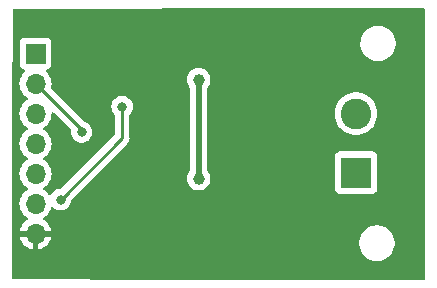
<source format=gbr>
%TF.GenerationSoftware,KiCad,Pcbnew,7.0.2*%
%TF.CreationDate,2023-10-27T14:16:18+02:00*%
%TF.ProjectId,stcs05,73746373-3035-42e6-9b69-6361645f7063,rev?*%
%TF.SameCoordinates,Original*%
%TF.FileFunction,Copper,L2,Bot*%
%TF.FilePolarity,Positive*%
%FSLAX46Y46*%
G04 Gerber Fmt 4.6, Leading zero omitted, Abs format (unit mm)*
G04 Created by KiCad (PCBNEW 7.0.2) date 2023-10-27 14:16:18*
%MOMM*%
%LPD*%
G01*
G04 APERTURE LIST*
%TA.AperFunction,ComponentPad*%
%ADD10R,2.600000X2.600000*%
%TD*%
%TA.AperFunction,ComponentPad*%
%ADD11C,2.600000*%
%TD*%
%TA.AperFunction,ComponentPad*%
%ADD12R,1.700000X1.700000*%
%TD*%
%TA.AperFunction,ComponentPad*%
%ADD13O,1.700000X1.700000*%
%TD*%
%TA.AperFunction,ViaPad*%
%ADD14C,1.000000*%
%TD*%
%TA.AperFunction,ViaPad*%
%ADD15C,0.800000*%
%TD*%
%TA.AperFunction,Conductor*%
%ADD16C,0.500000*%
%TD*%
%TA.AperFunction,Conductor*%
%ADD17C,0.250000*%
%TD*%
G04 APERTURE END LIST*
D10*
%TO.P,J2,1,Pin_1*%
%TO.N,/led-*%
X145542000Y-81534000D03*
D11*
%TO.P,J2,2,Pin_2*%
%TO.N,/led+*%
X145542000Y-76534000D03*
%TD*%
D12*
%TO.P,J1,1,Pin_1*%
%TO.N,VSS*%
X118400000Y-71460000D03*
D13*
%TO.P,J1,2,Pin_2*%
%TO.N,+3V3*%
X118400000Y-74000000D03*
%TO.P,J1,3,Pin_3*%
%TO.N,/I{slash}O*%
X118400000Y-76540000D03*
%TO.P,J1,4,Pin_4*%
%TO.N,/scl*%
X118400000Y-79080000D03*
%TO.P,J1,5,Pin_5*%
%TO.N,/sda*%
X118400000Y-81620000D03*
%TO.P,J1,6,Pin_6*%
%TO.N,/ad0*%
X118400000Y-84160000D03*
%TO.P,J1,7,Pin_7*%
%TO.N,GND*%
X118400000Y-86700000D03*
%TD*%
D14*
%TO.N,VSS*%
X132207000Y-82042000D03*
X132207000Y-73660000D03*
D15*
%TO.N,+3V3*%
X122301000Y-78105000D03*
%TO.N,/ad0*%
X120523000Y-83820000D03*
X125730000Y-75946000D03*
%TD*%
D16*
%TO.N,VSS*%
X132207000Y-73660000D02*
X132207000Y-82042000D01*
D17*
%TO.N,+3V3*%
X122301000Y-77901000D02*
X118400000Y-74000000D01*
X122301000Y-78105000D02*
X122301000Y-77901000D01*
%TO.N,/ad0*%
X120523000Y-83820000D02*
X125730000Y-78613000D01*
X125730000Y-78613000D02*
X125730000Y-75946000D01*
%TD*%
%TA.AperFunction,Conductor*%
%TO.N,GND*%
G36*
X151327039Y-67620184D02*
G01*
X151372794Y-67672988D01*
X151384000Y-67724499D01*
X151384000Y-90475500D01*
X151364315Y-90542539D01*
X151311511Y-90588294D01*
X151260000Y-90599500D01*
X129718001Y-90599500D01*
X116524050Y-90551694D01*
X116457082Y-90531767D01*
X116411519Y-90478797D01*
X116400500Y-90427699D01*
X116400500Y-84160000D01*
X117044340Y-84160000D01*
X117064936Y-84395407D01*
X117102420Y-84535299D01*
X117126097Y-84623663D01*
X117225965Y-84837830D01*
X117361505Y-85031401D01*
X117528599Y-85198495D01*
X117714596Y-85328732D01*
X117758219Y-85383307D01*
X117765412Y-85452806D01*
X117733890Y-85515160D01*
X117714595Y-85531880D01*
X117528919Y-85661892D01*
X117361890Y-85828921D01*
X117226400Y-86022421D01*
X117126569Y-86236507D01*
X117069364Y-86449999D01*
X117069364Y-86450000D01*
X117966314Y-86450000D01*
X117940507Y-86490156D01*
X117900000Y-86628111D01*
X117900000Y-86771889D01*
X117940507Y-86909844D01*
X117966314Y-86950000D01*
X117069364Y-86950000D01*
X117126569Y-87163492D01*
X117226399Y-87377576D01*
X117361893Y-87571081D01*
X117528918Y-87738106D01*
X117722423Y-87873600D01*
X117936509Y-87973430D01*
X118150000Y-88030634D01*
X118150000Y-87135501D01*
X118257685Y-87184680D01*
X118364237Y-87200000D01*
X118435763Y-87200000D01*
X118542315Y-87184680D01*
X118650000Y-87135501D01*
X118650000Y-88030633D01*
X118863490Y-87973430D01*
X119077576Y-87873600D01*
X119271081Y-87738106D01*
X119438106Y-87571081D01*
X119573600Y-87377576D01*
X119574492Y-87375664D01*
X145799499Y-87375664D01*
X145799500Y-87375665D01*
X145799500Y-87624335D01*
X145840429Y-87869614D01*
X145921172Y-88104810D01*
X146039526Y-88323509D01*
X146039529Y-88323514D01*
X146175036Y-88497612D01*
X146192262Y-88519744D01*
X146375215Y-88688164D01*
X146583393Y-88824173D01*
X146811119Y-88924063D01*
X147052179Y-88985108D01*
X147237933Y-89000500D01*
X147240503Y-89000500D01*
X147359497Y-89000500D01*
X147362067Y-89000500D01*
X147547821Y-88985108D01*
X147788881Y-88924063D01*
X148016607Y-88824173D01*
X148224785Y-88688164D01*
X148407738Y-88519744D01*
X148560474Y-88323509D01*
X148678828Y-88104810D01*
X148759571Y-87869614D01*
X148800500Y-87624335D01*
X148800500Y-87375665D01*
X148759571Y-87130386D01*
X148678828Y-86895190D01*
X148560474Y-86676491D01*
X148560471Y-86676487D01*
X148560470Y-86676485D01*
X148407740Y-86480259D01*
X148407738Y-86480256D01*
X148224785Y-86311836D01*
X148016607Y-86175827D01*
X148016604Y-86175825D01*
X147891523Y-86120960D01*
X147788881Y-86075937D01*
X147608866Y-86030351D01*
X147547822Y-86014892D01*
X147513854Y-86012077D01*
X147362067Y-85999500D01*
X147237933Y-85999500D01*
X147120111Y-86009262D01*
X147052177Y-86014892D01*
X146930086Y-86045810D01*
X146811119Y-86075937D01*
X146811116Y-86075938D01*
X146811117Y-86075938D01*
X146583395Y-86175825D01*
X146546393Y-86200000D01*
X146375215Y-86311836D01*
X146375213Y-86311837D01*
X146375214Y-86311837D01*
X146192259Y-86480259D01*
X146039529Y-86676485D01*
X145921170Y-86895194D01*
X145840429Y-87130384D01*
X145799499Y-87375664D01*
X119574492Y-87375664D01*
X119673430Y-87163492D01*
X119730636Y-86950000D01*
X118833686Y-86950000D01*
X118859493Y-86909844D01*
X118900000Y-86771889D01*
X118900000Y-86628111D01*
X118859493Y-86490156D01*
X118833686Y-86450000D01*
X119730636Y-86450000D01*
X119730635Y-86449999D01*
X119673430Y-86236507D01*
X119573599Y-86022421D01*
X119438109Y-85828921D01*
X119271081Y-85661893D01*
X119085404Y-85531880D01*
X119041780Y-85477303D01*
X119034587Y-85407804D01*
X119066109Y-85345450D01*
X119085399Y-85328734D01*
X119271401Y-85198495D01*
X119438495Y-85031401D01*
X119574035Y-84837830D01*
X119673903Y-84623663D01*
X119697580Y-84535296D01*
X119733943Y-84475639D01*
X119796790Y-84445109D01*
X119866166Y-84453403D01*
X119909504Y-84484420D01*
X119917129Y-84492889D01*
X120070269Y-84604151D01*
X120243197Y-84681144D01*
X120428352Y-84720500D01*
X120428354Y-84720500D01*
X120617648Y-84720500D01*
X120741083Y-84694262D01*
X120802803Y-84681144D01*
X120975730Y-84604151D01*
X121128871Y-84492888D01*
X121255533Y-84352216D01*
X121350179Y-84188284D01*
X121408674Y-84008256D01*
X121426321Y-83840345D01*
X121452905Y-83775732D01*
X121461952Y-83765636D01*
X123185589Y-82041999D01*
X131201659Y-82041999D01*
X131220976Y-82238133D01*
X131278185Y-82426726D01*
X131359091Y-82578091D01*
X131371090Y-82600538D01*
X131496117Y-82752883D01*
X131648462Y-82877910D01*
X131822273Y-82970814D01*
X132010868Y-83028024D01*
X132207000Y-83047341D01*
X132403132Y-83028024D01*
X132591727Y-82970814D01*
X132764288Y-82878578D01*
X143741500Y-82878578D01*
X143741501Y-82881872D01*
X143741853Y-82885152D01*
X143741854Y-82885159D01*
X143747909Y-82941484D01*
X143758849Y-82970814D01*
X143798204Y-83076331D01*
X143884454Y-83191546D01*
X143999669Y-83277796D01*
X144134517Y-83328091D01*
X144194127Y-83334500D01*
X146889872Y-83334499D01*
X146949483Y-83328091D01*
X147084331Y-83277796D01*
X147199546Y-83191546D01*
X147285796Y-83076331D01*
X147336091Y-82941483D01*
X147342500Y-82881873D01*
X147342499Y-80186128D01*
X147336091Y-80126517D01*
X147285796Y-79991669D01*
X147199546Y-79876454D01*
X147084331Y-79790204D01*
X146949483Y-79739909D01*
X146889873Y-79733500D01*
X146886550Y-79733500D01*
X144197439Y-79733500D01*
X144197420Y-79733500D01*
X144194128Y-79733501D01*
X144190848Y-79733853D01*
X144190840Y-79733854D01*
X144134515Y-79739909D01*
X143999669Y-79790204D01*
X143884454Y-79876454D01*
X143798204Y-79991668D01*
X143747910Y-80126515D01*
X143747909Y-80126517D01*
X143741500Y-80186127D01*
X143741500Y-80189448D01*
X143741500Y-80189449D01*
X143741500Y-82878560D01*
X143741500Y-82878578D01*
X132764288Y-82878578D01*
X132765538Y-82877910D01*
X132917883Y-82752883D01*
X133042910Y-82600538D01*
X133135814Y-82426727D01*
X133193024Y-82238132D01*
X133212341Y-82042000D01*
X133193024Y-81845868D01*
X133135814Y-81657273D01*
X133042910Y-81483462D01*
X132985647Y-81413687D01*
X132958334Y-81349377D01*
X132957500Y-81335022D01*
X132957500Y-76533999D01*
X143736450Y-76533999D01*
X143756616Y-76803100D01*
X143756617Y-76803103D01*
X143816666Y-77066195D01*
X143915257Y-77317398D01*
X144050185Y-77551102D01*
X144218439Y-77762085D01*
X144416259Y-77945635D01*
X144639226Y-78097651D01*
X144882359Y-78214738D01*
X145140228Y-78294280D01*
X145407071Y-78334500D01*
X145676929Y-78334500D01*
X145943772Y-78294280D01*
X146201641Y-78214738D01*
X146444775Y-78097651D01*
X146667741Y-77945635D01*
X146865561Y-77762085D01*
X147033815Y-77551102D01*
X147168743Y-77317398D01*
X147267334Y-77066195D01*
X147327383Y-76803103D01*
X147347549Y-76534000D01*
X147327383Y-76264897D01*
X147267334Y-76001805D01*
X147168743Y-75750602D01*
X147033815Y-75516898D01*
X146865561Y-75305915D01*
X146776202Y-75223002D01*
X146667743Y-75122366D01*
X146555001Y-75045500D01*
X146444775Y-74970349D01*
X146201641Y-74853262D01*
X146122097Y-74828726D01*
X145943771Y-74773719D01*
X145676929Y-74733500D01*
X145407071Y-74733500D01*
X145140228Y-74773719D01*
X144882359Y-74853262D01*
X144639228Y-74970347D01*
X144416257Y-75122366D01*
X144218439Y-75305915D01*
X144050184Y-75516899D01*
X143915257Y-75750601D01*
X143816666Y-76001804D01*
X143756616Y-76264899D01*
X143736450Y-76533999D01*
X132957500Y-76533999D01*
X132957500Y-74366977D01*
X132977185Y-74299938D01*
X132985647Y-74288312D01*
X133042910Y-74218538D01*
X133135814Y-74044727D01*
X133193024Y-73856132D01*
X133212341Y-73660000D01*
X133193024Y-73463868D01*
X133135814Y-73275273D01*
X133042910Y-73101462D01*
X132917883Y-72949117D01*
X132765538Y-72824090D01*
X132725726Y-72802810D01*
X132591726Y-72731185D01*
X132403133Y-72673976D01*
X132305066Y-72664317D01*
X132207000Y-72654659D01*
X132206999Y-72654659D01*
X132010866Y-72673976D01*
X131822273Y-72731185D01*
X131648463Y-72824089D01*
X131496117Y-72949117D01*
X131371089Y-73101463D01*
X131278185Y-73275273D01*
X131220976Y-73463866D01*
X131201659Y-73659999D01*
X131220976Y-73856133D01*
X131278185Y-74044726D01*
X131278186Y-74044727D01*
X131371090Y-74218538D01*
X131384936Y-74235409D01*
X131428353Y-74288312D01*
X131455666Y-74352621D01*
X131456500Y-74366977D01*
X131456500Y-81335022D01*
X131436815Y-81402061D01*
X131428353Y-81413687D01*
X131371089Y-81483462D01*
X131278185Y-81657273D01*
X131220976Y-81845866D01*
X131201659Y-82041999D01*
X123185589Y-82041999D01*
X126113789Y-79113800D01*
X126129885Y-79100906D01*
X126131873Y-79098787D01*
X126131877Y-79098786D01*
X126177949Y-79049723D01*
X126180534Y-79047055D01*
X126200120Y-79027471D01*
X126202585Y-79024292D01*
X126210167Y-79015416D01*
X126219479Y-79005500D01*
X126240062Y-78983582D01*
X126249712Y-78966027D01*
X126260400Y-78949757D01*
X126272671Y-78933938D01*
X126272673Y-78933936D01*
X126290026Y-78893832D01*
X126295157Y-78883362D01*
X126316197Y-78845092D01*
X126321175Y-78825699D01*
X126327481Y-78807282D01*
X126329018Y-78803728D01*
X126335438Y-78788896D01*
X126342272Y-78745745D01*
X126344635Y-78734331D01*
X126355500Y-78692019D01*
X126355500Y-78671983D01*
X126357027Y-78652584D01*
X126359461Y-78637216D01*
X126360160Y-78632804D01*
X126356047Y-78589303D01*
X126355499Y-78577676D01*
X126355499Y-76644685D01*
X126375184Y-76577647D01*
X126387347Y-76561716D01*
X126462533Y-76478216D01*
X126557179Y-76314284D01*
X126615674Y-76134256D01*
X126635460Y-75946000D01*
X126615674Y-75757744D01*
X126557179Y-75577716D01*
X126557179Y-75577715D01*
X126462533Y-75413783D01*
X126335870Y-75273110D01*
X126182730Y-75161848D01*
X126009802Y-75084855D01*
X125824648Y-75045500D01*
X125824646Y-75045500D01*
X125635354Y-75045500D01*
X125635352Y-75045500D01*
X125450197Y-75084855D01*
X125277269Y-75161848D01*
X125124129Y-75273110D01*
X124997466Y-75413783D01*
X124902820Y-75577715D01*
X124844326Y-75757742D01*
X124824540Y-75946000D01*
X124844326Y-76134257D01*
X124902820Y-76314284D01*
X124997464Y-76478213D01*
X124997466Y-76478215D01*
X124997467Y-76478216D01*
X125043438Y-76529272D01*
X125072650Y-76561714D01*
X125102880Y-76624706D01*
X125104500Y-76644687D01*
X125104500Y-78302546D01*
X125084815Y-78369585D01*
X125068181Y-78390227D01*
X120575228Y-82883181D01*
X120513905Y-82916666D01*
X120487547Y-82919500D01*
X120428352Y-82919500D01*
X120243197Y-82958855D01*
X120070269Y-83035848D01*
X119917129Y-83147110D01*
X119790466Y-83287783D01*
X119728467Y-83395171D01*
X119677900Y-83443386D01*
X119609293Y-83456610D01*
X119544429Y-83430642D01*
X119519505Y-83404294D01*
X119470634Y-83334499D01*
X119438495Y-83288599D01*
X119271401Y-83121505D01*
X119085839Y-82991573D01*
X119042216Y-82936998D01*
X119035022Y-82867500D01*
X119066545Y-82805145D01*
X119085837Y-82788428D01*
X119271401Y-82658495D01*
X119438495Y-82491401D01*
X119574035Y-82297830D01*
X119673903Y-82083663D01*
X119735063Y-81855408D01*
X119755659Y-81620000D01*
X119735063Y-81384592D01*
X119673903Y-81156337D01*
X119574035Y-80942171D01*
X119438495Y-80748599D01*
X119271401Y-80581505D01*
X119085839Y-80451573D01*
X119042215Y-80396997D01*
X119035023Y-80327498D01*
X119066545Y-80265144D01*
X119085831Y-80248432D01*
X119271401Y-80118495D01*
X119438495Y-79951401D01*
X119574035Y-79757830D01*
X119673903Y-79543663D01*
X119735063Y-79315408D01*
X119755659Y-79080000D01*
X119738961Y-78889151D01*
X119735063Y-78844592D01*
X119717190Y-78777888D01*
X119673903Y-78616337D01*
X119574035Y-78402171D01*
X119438495Y-78208599D01*
X119271401Y-78041505D01*
X119085839Y-77911573D01*
X119042216Y-77856998D01*
X119035022Y-77787500D01*
X119066545Y-77725145D01*
X119085837Y-77708428D01*
X119271401Y-77578495D01*
X119438495Y-77411401D01*
X119574035Y-77217830D01*
X119673903Y-77003663D01*
X119735063Y-76775408D01*
X119748248Y-76624706D01*
X119756598Y-76529272D01*
X119782050Y-76464203D01*
X119838641Y-76423224D01*
X119908403Y-76419346D01*
X119967807Y-76452398D01*
X121375104Y-77859695D01*
X121408589Y-77921018D01*
X121410744Y-77960337D01*
X121395540Y-78104999D01*
X121415326Y-78293257D01*
X121473820Y-78473284D01*
X121568466Y-78637216D01*
X121695129Y-78777889D01*
X121848269Y-78889151D01*
X122021197Y-78966144D01*
X122206352Y-79005500D01*
X122206354Y-79005500D01*
X122395648Y-79005500D01*
X122519084Y-78979262D01*
X122580803Y-78966144D01*
X122753730Y-78889151D01*
X122814375Y-78845090D01*
X122906870Y-78777889D01*
X123033533Y-78637216D01*
X123128179Y-78473284D01*
X123161873Y-78369585D01*
X123186674Y-78293256D01*
X123206460Y-78105000D01*
X123186674Y-77916744D01*
X123128179Y-77736716D01*
X123128179Y-77736715D01*
X123033533Y-77572783D01*
X122906870Y-77432110D01*
X122753730Y-77320848D01*
X122580803Y-77243854D01*
X122550241Y-77237359D01*
X122488759Y-77204167D01*
X122488340Y-77203750D01*
X119740237Y-74455646D01*
X119706752Y-74394323D01*
X119708143Y-74335872D01*
X119735063Y-74235408D01*
X119755659Y-74000000D01*
X119735063Y-73764592D01*
X119673903Y-73536337D01*
X119574035Y-73322171D01*
X119438495Y-73128599D01*
X119316569Y-73006673D01*
X119283084Y-72945350D01*
X119288068Y-72875658D01*
X119329940Y-72819725D01*
X119360915Y-72802810D01*
X119492331Y-72753796D01*
X119607546Y-72667546D01*
X119693796Y-72552331D01*
X119744091Y-72417483D01*
X119750500Y-72357873D01*
X119750499Y-70724335D01*
X145899500Y-70724335D01*
X145940429Y-70969614D01*
X146021172Y-71204810D01*
X146139526Y-71423509D01*
X146139529Y-71423514D01*
X146275036Y-71597612D01*
X146292262Y-71619744D01*
X146475215Y-71788164D01*
X146683393Y-71924173D01*
X146911119Y-72024063D01*
X147152179Y-72085108D01*
X147337933Y-72100500D01*
X147340503Y-72100500D01*
X147459497Y-72100500D01*
X147462067Y-72100500D01*
X147647821Y-72085108D01*
X147888881Y-72024063D01*
X148116607Y-71924173D01*
X148324785Y-71788164D01*
X148507738Y-71619744D01*
X148660474Y-71423509D01*
X148778828Y-71204810D01*
X148859571Y-70969614D01*
X148900500Y-70724335D01*
X148900500Y-70475665D01*
X148859571Y-70230386D01*
X148778828Y-69995190D01*
X148660474Y-69776491D01*
X148660471Y-69776487D01*
X148660470Y-69776485D01*
X148507740Y-69580259D01*
X148507738Y-69580256D01*
X148324785Y-69411836D01*
X148116607Y-69275827D01*
X148116604Y-69275825D01*
X147991523Y-69220960D01*
X147888881Y-69175937D01*
X147708867Y-69130351D01*
X147647822Y-69114892D01*
X147613854Y-69112077D01*
X147462067Y-69099500D01*
X147337933Y-69099500D01*
X147220111Y-69109262D01*
X147152177Y-69114892D01*
X147030086Y-69145810D01*
X146911119Y-69175937D01*
X146911116Y-69175938D01*
X146911117Y-69175938D01*
X146683395Y-69275825D01*
X146544607Y-69366499D01*
X146475215Y-69411836D01*
X146475213Y-69411837D01*
X146475214Y-69411837D01*
X146292259Y-69580259D01*
X146139529Y-69776485D01*
X146021170Y-69995194D01*
X145940429Y-70230384D01*
X145917521Y-70367668D01*
X145899500Y-70475665D01*
X145899500Y-70724335D01*
X119750499Y-70724335D01*
X119750499Y-70562128D01*
X119744091Y-70502517D01*
X119693796Y-70367669D01*
X119607546Y-70252454D01*
X119492331Y-70166204D01*
X119357483Y-70115909D01*
X119297873Y-70109500D01*
X119294550Y-70109500D01*
X117505439Y-70109500D01*
X117505420Y-70109500D01*
X117502128Y-70109501D01*
X117498848Y-70109853D01*
X117498840Y-70109854D01*
X117442515Y-70115909D01*
X117307669Y-70166204D01*
X117192454Y-70252454D01*
X117106204Y-70367668D01*
X117055910Y-70502515D01*
X117055909Y-70502517D01*
X117049500Y-70562127D01*
X117049500Y-70565448D01*
X117049500Y-70565449D01*
X117049500Y-72354560D01*
X117049500Y-72354578D01*
X117049501Y-72357872D01*
X117055909Y-72417483D01*
X117106204Y-72552331D01*
X117192454Y-72667546D01*
X117307669Y-72753796D01*
X117419907Y-72795658D01*
X117439082Y-72802810D01*
X117495016Y-72844681D01*
X117519433Y-72910146D01*
X117504581Y-72978419D01*
X117483431Y-73006673D01*
X117361503Y-73128601D01*
X117225965Y-73322170D01*
X117126097Y-73536336D01*
X117064936Y-73764592D01*
X117044340Y-74000000D01*
X117064936Y-74235407D01*
X117088302Y-74322609D01*
X117126097Y-74463663D01*
X117225965Y-74677830D01*
X117361505Y-74871401D01*
X117528599Y-75038495D01*
X117714160Y-75168426D01*
X117757783Y-75223002D01*
X117764976Y-75292501D01*
X117733454Y-75354855D01*
X117714159Y-75371575D01*
X117528595Y-75501508D01*
X117361505Y-75668598D01*
X117225965Y-75862170D01*
X117126097Y-76076336D01*
X117064936Y-76304592D01*
X117044340Y-76540000D01*
X117064936Y-76775407D01*
X117109709Y-76942501D01*
X117126097Y-77003663D01*
X117225965Y-77217830D01*
X117361505Y-77411401D01*
X117528599Y-77578495D01*
X117714160Y-77708426D01*
X117757783Y-77763002D01*
X117764976Y-77832501D01*
X117733454Y-77894855D01*
X117714159Y-77911575D01*
X117528595Y-78041508D01*
X117361505Y-78208598D01*
X117225965Y-78402170D01*
X117126097Y-78616336D01*
X117064936Y-78844592D01*
X117044340Y-79079999D01*
X117064936Y-79315407D01*
X117109709Y-79482502D01*
X117126097Y-79543663D01*
X117225965Y-79757830D01*
X117361505Y-79951401D01*
X117528599Y-80118495D01*
X117714160Y-80248426D01*
X117757783Y-80303002D01*
X117764976Y-80372501D01*
X117733454Y-80434855D01*
X117714159Y-80451575D01*
X117528595Y-80581508D01*
X117361505Y-80748598D01*
X117225965Y-80942170D01*
X117126097Y-81156336D01*
X117064936Y-81384592D01*
X117044340Y-81619999D01*
X117064936Y-81855407D01*
X117109709Y-82022502D01*
X117126097Y-82083663D01*
X117225965Y-82297830D01*
X117361505Y-82491401D01*
X117528599Y-82658495D01*
X117714160Y-82788426D01*
X117757783Y-82843002D01*
X117764976Y-82912501D01*
X117733454Y-82974855D01*
X117714158Y-82991575D01*
X117593115Y-83076331D01*
X117528595Y-83121508D01*
X117361505Y-83288598D01*
X117225965Y-83482170D01*
X117126097Y-83696336D01*
X117064936Y-83924592D01*
X117044340Y-84160000D01*
X116400500Y-84160000D01*
X116400500Y-78220999D01*
X116410260Y-76464203D01*
X116458317Y-67813861D01*
X116478374Y-67746934D01*
X116531431Y-67701473D01*
X116581862Y-67690553D01*
X141346500Y-67600500D01*
X151260003Y-67600500D01*
X151327039Y-67620184D01*
G37*
%TD.AperFunction*%
%TD*%
M02*

</source>
